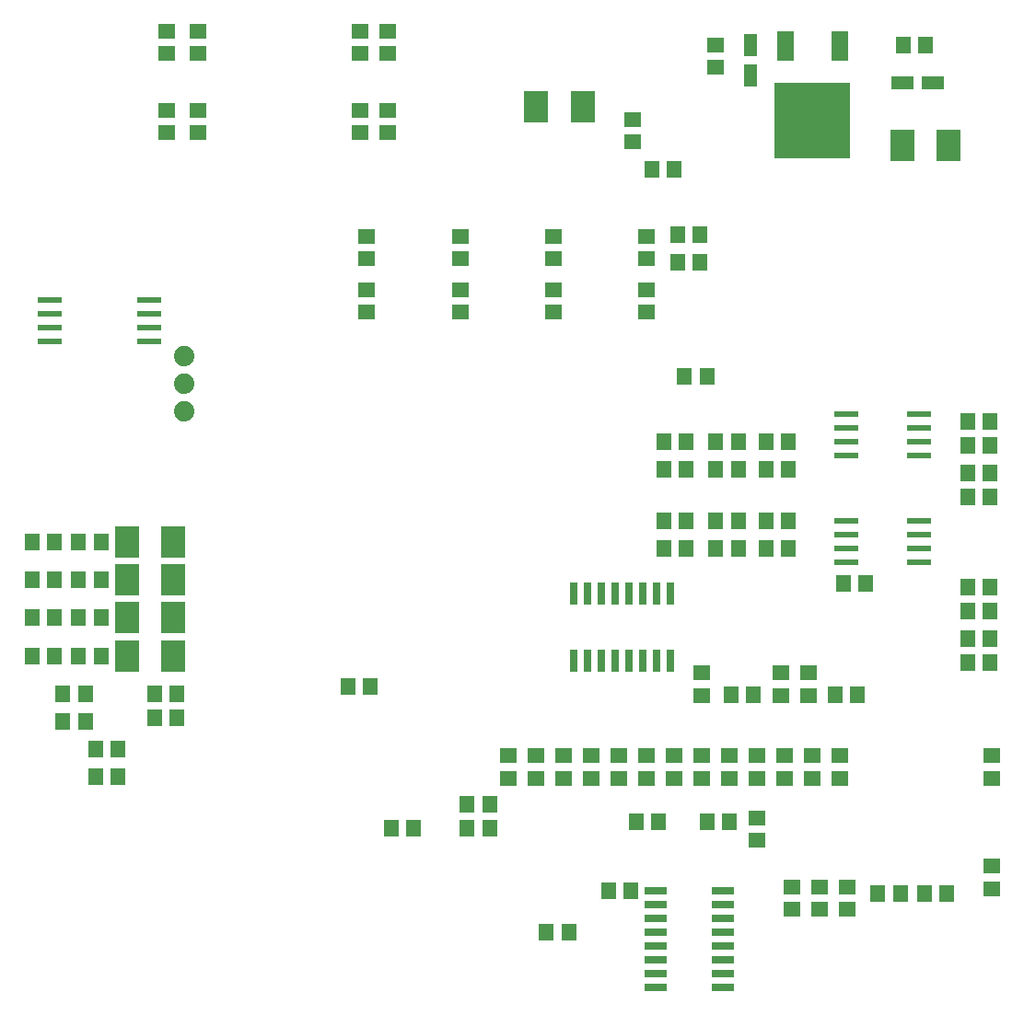
<source format=gtp>
G04 MADE WITH FRITZING*
G04 WWW.FRITZING.ORG*
G04 DOUBLE SIDED*
G04 HOLES PLATED*
G04 CONTOUR ON CENTER OF CONTOUR VECTOR*
%ASAXBY*%
%FSLAX23Y23*%
%MOIN*%
%OFA0B0*%
%SFA1.0B1.0*%
%ADD10C,0.074000*%
%ADD11R,0.275591X0.275591*%
%ADD12R,0.059055X0.106299*%
%ADD13R,0.047244X0.078740*%
%ADD14R,0.059055X0.055118*%
%ADD15R,0.055118X0.059055*%
%ADD16R,0.086614X0.023622*%
%ADD17R,0.090086X0.113708*%
%ADD18R,0.026000X0.080000*%
%ADD19R,0.086900X0.024000*%
%ADD20R,0.078740X0.047244*%
%ADD21R,0.080000X0.026000*%
%ADD22R,0.001000X0.001000*%
%LNPASTEMASK1*%
G90*
G70*
G54D10*
X607Y2494D03*
X607Y2394D03*
X607Y2294D03*
G54D11*
X2882Y3345D03*
G54D12*
X2783Y3618D03*
X2980Y3618D03*
G54D13*
X2657Y3620D03*
X2657Y3510D03*
G54D14*
X2232Y3270D03*
X2232Y3351D03*
G54D15*
X2301Y3170D03*
X2382Y3170D03*
G54D16*
X482Y2595D03*
X120Y2595D03*
X482Y2545D03*
X482Y2645D03*
X482Y2695D03*
X120Y2545D03*
X120Y2645D03*
X120Y2695D03*
G54D17*
X3207Y3257D03*
X3376Y3257D03*
X1882Y3395D03*
X2051Y3395D03*
G54D18*
X2019Y1390D03*
X2069Y1390D03*
X2119Y1390D03*
X2169Y1390D03*
X2219Y1390D03*
X2269Y1390D03*
X2319Y1390D03*
X2369Y1390D03*
X2369Y1632D03*
X2319Y1632D03*
X2269Y1632D03*
X2219Y1632D03*
X2169Y1632D03*
X2119Y1632D03*
X2069Y1632D03*
X2019Y1632D03*
G54D19*
X3269Y2132D03*
X3269Y2182D03*
X3269Y2232D03*
X3269Y2282D03*
X3004Y2282D03*
X3004Y2232D03*
X3004Y2182D03*
X3004Y2132D03*
X3269Y1745D03*
X3269Y1795D03*
X3269Y1845D03*
X3269Y1895D03*
X3004Y1895D03*
X3004Y1845D03*
X3004Y1795D03*
X3004Y1745D03*
G54D17*
X569Y1407D03*
X400Y1407D03*
X569Y1545D03*
X400Y1545D03*
X569Y1682D03*
X400Y1682D03*
X569Y1820D03*
X400Y1820D03*
G54D15*
X57Y1407D03*
X138Y1407D03*
X57Y1545D03*
X138Y1545D03*
X57Y1682D03*
X138Y1682D03*
X57Y1820D03*
X138Y1820D03*
X2532Y1795D03*
X2613Y1795D03*
X2532Y1895D03*
X2613Y1895D03*
X2532Y2082D03*
X2613Y2082D03*
X2532Y2182D03*
X2613Y2182D03*
X307Y1407D03*
X226Y1407D03*
X307Y1545D03*
X226Y1545D03*
X307Y1682D03*
X226Y1682D03*
X307Y1820D03*
X226Y1820D03*
X2344Y1795D03*
X2425Y1795D03*
X2344Y1895D03*
X2425Y1895D03*
X2344Y2082D03*
X2425Y2082D03*
X2344Y2182D03*
X2425Y2182D03*
G54D20*
X3207Y3482D03*
X3317Y3482D03*
G54D21*
X2557Y207D03*
X2557Y257D03*
X2557Y307D03*
X2557Y357D03*
X2557Y407D03*
X2557Y457D03*
X2557Y507D03*
X2557Y557D03*
X2315Y557D03*
X2315Y507D03*
X2315Y457D03*
X2315Y407D03*
X2315Y357D03*
X2315Y307D03*
X2315Y257D03*
X2315Y207D03*
G54D15*
X2144Y557D03*
X2225Y557D03*
X582Y1182D03*
X501Y1182D03*
X369Y1070D03*
X289Y1070D03*
X2394Y2932D03*
X2475Y2932D03*
X3292Y3620D03*
X3211Y3620D03*
G54D14*
X2532Y3539D03*
X2532Y3620D03*
G54D15*
X369Y970D03*
X289Y970D03*
X582Y1270D03*
X501Y1270D03*
X250Y1270D03*
X169Y1270D03*
G54D14*
X1344Y3302D03*
X1344Y3382D03*
X1244Y3589D03*
X1244Y3670D03*
X1344Y3589D03*
X1344Y3670D03*
X1244Y3302D03*
X1244Y3382D03*
X657Y3589D03*
X657Y3670D03*
X544Y3589D03*
X544Y3670D03*
X657Y3302D03*
X657Y3382D03*
X544Y3302D03*
X544Y3382D03*
G54D15*
X3525Y2257D03*
X3444Y2257D03*
X3525Y1982D03*
X3444Y1982D03*
X3525Y2070D03*
X3444Y2070D03*
X3525Y2170D03*
X3444Y2170D03*
X2419Y2420D03*
X2500Y2420D03*
X3525Y1382D03*
X3444Y1382D03*
X3525Y1470D03*
X3444Y1470D03*
X3525Y1570D03*
X3444Y1570D03*
X3525Y1657D03*
X3444Y1657D03*
G54D14*
X1269Y2652D03*
X1269Y2732D03*
X1607Y2652D03*
X1607Y2732D03*
X1944Y2652D03*
X1944Y2732D03*
X2282Y2652D03*
X2282Y2732D03*
X1269Y2926D03*
X1269Y2845D03*
X1607Y2926D03*
X1607Y2845D03*
X1944Y2926D03*
X1944Y2845D03*
X2282Y2926D03*
X2282Y2845D03*
G54D15*
X2714Y2082D03*
X2794Y2082D03*
X2794Y2182D03*
X2714Y2182D03*
X1713Y782D03*
X1632Y782D03*
X2325Y807D03*
X2244Y807D03*
X250Y1170D03*
X169Y1170D03*
X2994Y1670D03*
X3075Y1670D03*
G54D14*
X2769Y1345D03*
X2769Y1264D03*
X2082Y964D03*
X2082Y1045D03*
G54D15*
X1282Y1295D03*
X1201Y1295D03*
X2475Y2832D03*
X2394Y2832D03*
G54D14*
X1982Y964D03*
X1982Y1045D03*
G54D15*
X1713Y870D03*
X1632Y870D03*
G54D14*
X1782Y1045D03*
X1782Y964D03*
G54D15*
X3044Y1266D03*
X2964Y1266D03*
G54D14*
X2482Y1264D03*
X2482Y1345D03*
X3532Y964D03*
X3532Y1045D03*
G54D15*
X3289Y545D03*
X3369Y545D03*
X3200Y545D03*
X3119Y545D03*
G54D14*
X3532Y564D03*
X3532Y645D03*
X3007Y570D03*
X3007Y489D03*
X2682Y739D03*
X2682Y820D03*
G54D15*
X2501Y807D03*
X2582Y807D03*
G54D14*
X2882Y964D03*
X2882Y1045D03*
X2807Y489D03*
X2807Y570D03*
X2907Y489D03*
X2907Y570D03*
G54D15*
X1357Y782D03*
X1438Y782D03*
G54D14*
X1882Y964D03*
X1882Y1045D03*
X2182Y964D03*
X2182Y1045D03*
X2982Y964D03*
X2982Y1045D03*
X2682Y964D03*
X2682Y1045D03*
X2582Y964D03*
X2582Y1045D03*
X2782Y964D03*
X2782Y1045D03*
X2482Y964D03*
X2482Y1045D03*
X2282Y964D03*
X2282Y1045D03*
X2382Y964D03*
X2382Y1045D03*
G54D15*
X2714Y1795D03*
X2794Y1795D03*
X2794Y1895D03*
X2714Y1895D03*
X2669Y1266D03*
X2589Y1266D03*
G54D14*
X2869Y1264D03*
X2869Y1345D03*
G54D15*
X1919Y407D03*
X2000Y407D03*
G54D22*
D02*
G04 End of PasteMask1*
M02*
</source>
